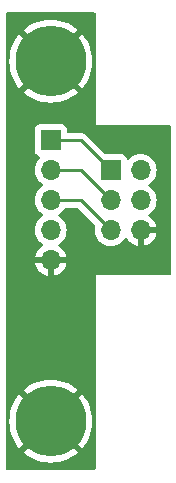
<source format=gtl>
G04 #@! TF.GenerationSoftware,KiCad,Pcbnew,7.0.7*
G04 #@! TF.CreationDate,2023-08-28T17:40:55-04:00*
G04 #@! TF.ProjectId,programmer,70726f67-7261-46d6-9d65-722e6b696361,rev?*
G04 #@! TF.SameCoordinates,Original*
G04 #@! TF.FileFunction,Copper,L1,Top*
G04 #@! TF.FilePolarity,Positive*
%FSLAX46Y46*%
G04 Gerber Fmt 4.6, Leading zero omitted, Abs format (unit mm)*
G04 Created by KiCad (PCBNEW 7.0.7) date 2023-08-28 17:40:55*
%MOMM*%
%LPD*%
G01*
G04 APERTURE LIST*
G04 #@! TA.AperFunction,ComponentPad*
%ADD10C,0.800000*%
G04 #@! TD*
G04 #@! TA.AperFunction,ComponentPad*
%ADD11C,6.000000*%
G04 #@! TD*
G04 #@! TA.AperFunction,ComponentPad*
%ADD12R,1.700000X1.700000*%
G04 #@! TD*
G04 #@! TA.AperFunction,ComponentPad*
%ADD13O,1.700000X1.700000*%
G04 #@! TD*
G04 #@! TA.AperFunction,Conductor*
%ADD14C,0.254000*%
G04 #@! TD*
G04 APERTURE END LIST*
D10*
X134910000Y-72051000D03*
X135569010Y-70460010D03*
X135569010Y-73641990D03*
X137160000Y-69801000D03*
D11*
X137160000Y-72051000D03*
D10*
X137160000Y-74301000D03*
X138750990Y-70460010D03*
X138750990Y-73641990D03*
X139410000Y-72051000D03*
D12*
X142240000Y-50800000D03*
D13*
X144780000Y-50800000D03*
X142240000Y-53340000D03*
X144780000Y-53340000D03*
X142240000Y-55880000D03*
X144780000Y-55880000D03*
D10*
X134910000Y-41571000D03*
X135569010Y-39980010D03*
X135569010Y-43161990D03*
X137160000Y-39321000D03*
D11*
X137160000Y-41571000D03*
D10*
X137160000Y-43821000D03*
X138750990Y-39980010D03*
X138750990Y-43161990D03*
X139410000Y-41571000D03*
D12*
X137160000Y-48260000D03*
D13*
X137160000Y-50800000D03*
X137160000Y-53340000D03*
X137160000Y-55880000D03*
X137160000Y-58420000D03*
D14*
X139700000Y-48260000D02*
X142240000Y-50800000D01*
X137160000Y-48260000D02*
X139700000Y-48260000D01*
X137160000Y-50800000D02*
X139700000Y-50800000D01*
X139700000Y-50800000D02*
X142240000Y-53340000D01*
X139700000Y-53340000D02*
X142240000Y-55880000D01*
X137160000Y-53340000D02*
X139700000Y-53340000D01*
G04 #@! TA.AperFunction,Conductor*
G36*
X138482898Y-73020344D02*
G01*
X138675850Y-73213296D01*
X138709335Y-73274619D01*
X138704351Y-73344311D01*
X138662479Y-73400244D01*
X138657060Y-73404079D01*
X138570750Y-73461750D01*
X138513079Y-73548060D01*
X138459466Y-73592865D01*
X138390141Y-73601572D01*
X138327114Y-73571417D01*
X138322296Y-73566850D01*
X138128861Y-73373415D01*
X138095376Y-73312092D01*
X138100360Y-73242400D01*
X138132556Y-73194507D01*
X138267368Y-73070404D01*
X138297367Y-73031861D01*
X138354071Y-72991051D01*
X138423844Y-72987375D01*
X138482898Y-73020344D01*
G37*
G04 #@! TD.AperFunction*
G04 #@! TA.AperFunction,Conductor*
G36*
X135968115Y-72991843D02*
G01*
X136022633Y-73031861D01*
X136052632Y-73070404D01*
X136187441Y-73194505D01*
X136223430Y-73254390D01*
X136221330Y-73324228D01*
X136191138Y-73373414D01*
X135997703Y-73566849D01*
X135936380Y-73600334D01*
X135866688Y-73595350D01*
X135810755Y-73553478D01*
X135806920Y-73548059D01*
X135749249Y-73461749D01*
X135662939Y-73404079D01*
X135618133Y-73350467D01*
X135609426Y-73281142D01*
X135639580Y-73218115D01*
X135644148Y-73213296D01*
X135837100Y-73020344D01*
X135898423Y-72986859D01*
X135968115Y-72991843D01*
G37*
G04 #@! TD.AperFunction*
G04 #@! TA.AperFunction,Conductor*
G36*
X138453311Y-70506647D02*
G01*
X138509244Y-70548519D01*
X138513079Y-70553939D01*
X138570749Y-70640249D01*
X138657059Y-70697920D01*
X138701864Y-70751532D01*
X138710571Y-70820857D01*
X138680416Y-70883885D01*
X138675849Y-70888703D01*
X138482898Y-71081654D01*
X138421575Y-71115139D01*
X138351883Y-71110155D01*
X138297363Y-71070134D01*
X138267371Y-71031600D01*
X138267370Y-71031599D01*
X138267368Y-71031596D01*
X138132556Y-70907492D01*
X138096567Y-70847608D01*
X138098668Y-70777770D01*
X138128860Y-70728584D01*
X138322296Y-70535148D01*
X138383619Y-70501663D01*
X138453311Y-70506647D01*
G37*
G04 #@! TD.AperFunction*
G04 #@! TA.AperFunction,Conductor*
G36*
X135992884Y-70530581D02*
G01*
X135997703Y-70535149D01*
X136191138Y-70728584D01*
X136224623Y-70789907D01*
X136219639Y-70859599D01*
X136187441Y-70907494D01*
X136052630Y-71031598D01*
X136052628Y-71031599D01*
X136022633Y-71070137D01*
X135965922Y-71110949D01*
X135896149Y-71114622D01*
X135837100Y-71081654D01*
X135644149Y-70888703D01*
X135610664Y-70827380D01*
X135615648Y-70757688D01*
X135657520Y-70701755D01*
X135662940Y-70697919D01*
X135666551Y-70695505D01*
X135666555Y-70695505D01*
X135749250Y-70640250D01*
X135804505Y-70557555D01*
X135804505Y-70557551D01*
X135806919Y-70553940D01*
X135860531Y-70509134D01*
X135929856Y-70500427D01*
X135992884Y-70530581D01*
G37*
G04 #@! TD.AperFunction*
G04 #@! TA.AperFunction,Conductor*
G36*
X138482898Y-42540344D02*
G01*
X138675850Y-42733296D01*
X138709335Y-42794619D01*
X138704351Y-42864311D01*
X138662479Y-42920244D01*
X138657060Y-42924079D01*
X138570750Y-42981750D01*
X138513079Y-43068060D01*
X138459466Y-43112865D01*
X138390141Y-43121572D01*
X138327114Y-43091417D01*
X138322296Y-43086850D01*
X138128861Y-42893415D01*
X138095376Y-42832092D01*
X138100360Y-42762400D01*
X138132556Y-42714507D01*
X138267368Y-42590404D01*
X138297367Y-42551861D01*
X138354071Y-42511051D01*
X138423844Y-42507375D01*
X138482898Y-42540344D01*
G37*
G04 #@! TD.AperFunction*
G04 #@! TA.AperFunction,Conductor*
G36*
X135968115Y-42511843D02*
G01*
X136022633Y-42551861D01*
X136052632Y-42590404D01*
X136187441Y-42714505D01*
X136223430Y-42774390D01*
X136221330Y-42844228D01*
X136191138Y-42893414D01*
X135997703Y-43086849D01*
X135936380Y-43120334D01*
X135866688Y-43115350D01*
X135810755Y-43073478D01*
X135806920Y-43068059D01*
X135749249Y-42981749D01*
X135662939Y-42924079D01*
X135618133Y-42870467D01*
X135609426Y-42801142D01*
X135639580Y-42738115D01*
X135644148Y-42733296D01*
X135837100Y-42540344D01*
X135898423Y-42506859D01*
X135968115Y-42511843D01*
G37*
G04 #@! TD.AperFunction*
G04 #@! TA.AperFunction,Conductor*
G36*
X138453311Y-40026647D02*
G01*
X138509244Y-40068519D01*
X138513079Y-40073939D01*
X138570749Y-40160249D01*
X138657059Y-40217920D01*
X138701864Y-40271532D01*
X138710571Y-40340857D01*
X138680416Y-40403885D01*
X138675849Y-40408703D01*
X138482898Y-40601654D01*
X138421575Y-40635139D01*
X138351883Y-40630155D01*
X138297363Y-40590134D01*
X138267371Y-40551600D01*
X138267370Y-40551599D01*
X138267368Y-40551596D01*
X138132556Y-40427492D01*
X138096567Y-40367608D01*
X138098668Y-40297770D01*
X138128860Y-40248584D01*
X138322296Y-40055148D01*
X138383619Y-40021663D01*
X138453311Y-40026647D01*
G37*
G04 #@! TD.AperFunction*
G04 #@! TA.AperFunction,Conductor*
G36*
X135992884Y-40050581D02*
G01*
X135997703Y-40055149D01*
X136191138Y-40248584D01*
X136224623Y-40309907D01*
X136219639Y-40379599D01*
X136187441Y-40427494D01*
X136052630Y-40551598D01*
X136052628Y-40551599D01*
X136022633Y-40590137D01*
X135965922Y-40630949D01*
X135896149Y-40634622D01*
X135837100Y-40601654D01*
X135644149Y-40408703D01*
X135610664Y-40347380D01*
X135615648Y-40277688D01*
X135657520Y-40221755D01*
X135662940Y-40217919D01*
X135666551Y-40215505D01*
X135666555Y-40215505D01*
X135749250Y-40160250D01*
X135804505Y-40077555D01*
X135804505Y-40077551D01*
X135806919Y-40073940D01*
X135860531Y-40029134D01*
X135929856Y-40020427D01*
X135992884Y-40050581D01*
G37*
G04 #@! TD.AperFunction*
G04 #@! TA.AperFunction,Conductor*
G36*
X140912539Y-37460185D02*
G01*
X140958294Y-37512989D01*
X140969500Y-37564500D01*
X140969500Y-46965467D01*
X140969416Y-46965889D01*
X140969459Y-46990001D01*
X140969500Y-46990099D01*
X140969616Y-46990382D01*
X140969618Y-46990384D01*
X140969808Y-46990462D01*
X140970000Y-46990541D01*
X140970002Y-46990539D01*
X140994616Y-46990524D01*
X140994616Y-46990528D01*
X140994760Y-46990500D01*
X147195500Y-46990500D01*
X147262539Y-47010185D01*
X147308294Y-47062989D01*
X147319500Y-47114500D01*
X147319500Y-59565500D01*
X147299815Y-59632539D01*
X147247011Y-59678294D01*
X147195500Y-59689500D01*
X140994760Y-59689500D01*
X140994554Y-59689459D01*
X140970000Y-59689459D01*
X140969901Y-59689500D01*
X140969617Y-59689616D01*
X140969615Y-59689618D01*
X140969459Y-59689999D01*
X140969476Y-59714616D01*
X140969471Y-59714616D01*
X140969500Y-59714759D01*
X140969500Y-76057500D01*
X140949815Y-76124539D01*
X140897011Y-76170294D01*
X140845500Y-76181500D01*
X133474500Y-76181500D01*
X133407461Y-76161815D01*
X133361706Y-76109011D01*
X133350500Y-76057500D01*
X133350500Y-72051000D01*
X133655197Y-72051000D01*
X133674397Y-72417353D01*
X133731784Y-72779684D01*
X133731784Y-72779686D01*
X133826736Y-73134051D01*
X133958204Y-73476535D01*
X134124754Y-73803406D01*
X134324549Y-74111064D01*
X134513297Y-74344147D01*
X135140316Y-73717128D01*
X135201639Y-73683643D01*
X135271330Y-73688627D01*
X135327264Y-73730498D01*
X135331099Y-73735919D01*
X135388769Y-73822229D01*
X135475079Y-73879900D01*
X135519884Y-73933512D01*
X135528591Y-74002837D01*
X135498436Y-74065865D01*
X135493869Y-74070683D01*
X134866850Y-74697701D01*
X135099935Y-74886450D01*
X135407593Y-75086245D01*
X135734464Y-75252795D01*
X136076948Y-75384263D01*
X136431314Y-75479215D01*
X136793646Y-75536602D01*
X137159999Y-75555803D01*
X137160001Y-75555803D01*
X137526353Y-75536602D01*
X137888684Y-75479215D01*
X137888686Y-75479215D01*
X138243051Y-75384263D01*
X138585535Y-75252795D01*
X138912406Y-75086245D01*
X139220065Y-74886450D01*
X139453148Y-74697702D01*
X138826129Y-74070683D01*
X138792644Y-74009360D01*
X138797628Y-73939668D01*
X138839500Y-73883735D01*
X138844920Y-73879899D01*
X138848531Y-73877485D01*
X138848535Y-73877485D01*
X138931230Y-73822230D01*
X138986485Y-73739535D01*
X138986485Y-73739531D01*
X138988899Y-73735920D01*
X139042511Y-73691114D01*
X139111836Y-73682407D01*
X139174864Y-73712561D01*
X139179683Y-73717129D01*
X139806702Y-74344148D01*
X139995450Y-74111065D01*
X140195245Y-73803406D01*
X140361795Y-73476535D01*
X140493263Y-73134051D01*
X140588215Y-72779686D01*
X140588215Y-72779684D01*
X140645602Y-72417353D01*
X140664803Y-72051000D01*
X140664803Y-72050999D01*
X140645602Y-71684646D01*
X140588215Y-71322315D01*
X140588215Y-71322313D01*
X140493263Y-70967948D01*
X140361795Y-70625464D01*
X140195245Y-70298594D01*
X139995450Y-69990935D01*
X139806701Y-69757851D01*
X139179683Y-70384869D01*
X139118360Y-70418354D01*
X139048668Y-70413370D01*
X138992735Y-70371498D01*
X138988900Y-70366079D01*
X138931229Y-70279769D01*
X138844919Y-70222099D01*
X138800113Y-70168487D01*
X138791406Y-70099162D01*
X138821560Y-70036135D01*
X138826128Y-70031316D01*
X139453147Y-69404297D01*
X139220064Y-69215549D01*
X138912406Y-69015754D01*
X138585535Y-68849204D01*
X138243051Y-68717736D01*
X137888685Y-68622784D01*
X137526353Y-68565397D01*
X137160001Y-68546197D01*
X137159999Y-68546197D01*
X136793646Y-68565397D01*
X136431315Y-68622784D01*
X136431313Y-68622784D01*
X136076948Y-68717736D01*
X135734464Y-68849204D01*
X135407594Y-69015754D01*
X135099929Y-69215553D01*
X134866851Y-69404297D01*
X135493870Y-70031316D01*
X135527355Y-70092639D01*
X135522371Y-70162331D01*
X135480499Y-70218264D01*
X135475080Y-70222099D01*
X135388770Y-70279770D01*
X135331099Y-70366080D01*
X135277486Y-70410885D01*
X135208161Y-70419592D01*
X135145134Y-70389437D01*
X135140316Y-70384870D01*
X134513297Y-69757851D01*
X134324553Y-69990929D01*
X134124754Y-70298594D01*
X133958204Y-70625464D01*
X133826736Y-70967948D01*
X133731784Y-71322313D01*
X133731784Y-71322315D01*
X133674397Y-71684646D01*
X133655197Y-72050999D01*
X133655197Y-72051000D01*
X133350500Y-72051000D01*
X133350500Y-55880000D01*
X135804341Y-55880000D01*
X135824936Y-56115403D01*
X135824938Y-56115413D01*
X135886094Y-56343655D01*
X135886096Y-56343659D01*
X135886097Y-56343663D01*
X135969155Y-56521781D01*
X135985965Y-56557830D01*
X135985967Y-56557834D01*
X136094281Y-56712521D01*
X136121501Y-56751396D01*
X136121506Y-56751402D01*
X136288597Y-56918493D01*
X136288603Y-56918498D01*
X136474594Y-57048730D01*
X136518219Y-57103307D01*
X136525413Y-57172805D01*
X136493890Y-57235160D01*
X136474595Y-57251880D01*
X136288922Y-57381890D01*
X136288920Y-57381891D01*
X136121891Y-57548920D01*
X136121886Y-57548926D01*
X135986400Y-57742420D01*
X135986399Y-57742422D01*
X135886570Y-57956507D01*
X135886567Y-57956513D01*
X135829364Y-58169999D01*
X135829364Y-58170000D01*
X136546653Y-58170000D01*
X136613692Y-58189685D01*
X136659447Y-58242489D01*
X136669391Y-58311647D01*
X136665631Y-58328933D01*
X136660000Y-58348111D01*
X136660000Y-58491888D01*
X136665631Y-58511067D01*
X136665630Y-58580936D01*
X136627855Y-58639714D01*
X136564299Y-58668738D01*
X136546653Y-58670000D01*
X135829364Y-58670000D01*
X135886567Y-58883486D01*
X135886570Y-58883492D01*
X135986399Y-59097578D01*
X136121894Y-59291082D01*
X136288917Y-59458105D01*
X136482421Y-59593600D01*
X136696507Y-59693429D01*
X136696516Y-59693433D01*
X136910000Y-59750634D01*
X136910000Y-59032301D01*
X136929685Y-58965262D01*
X136982489Y-58919507D01*
X137051647Y-58909563D01*
X137124237Y-58920000D01*
X137124238Y-58920000D01*
X137195762Y-58920000D01*
X137195763Y-58920000D01*
X137268353Y-58909563D01*
X137337512Y-58919507D01*
X137390315Y-58965262D01*
X137410000Y-59032301D01*
X137410000Y-59750633D01*
X137623483Y-59693433D01*
X137623492Y-59693429D01*
X137837578Y-59593600D01*
X138031082Y-59458105D01*
X138198105Y-59291082D01*
X138333600Y-59097578D01*
X138433429Y-58883492D01*
X138433432Y-58883486D01*
X138490636Y-58670000D01*
X137773347Y-58670000D01*
X137706308Y-58650315D01*
X137660553Y-58597511D01*
X137650609Y-58528353D01*
X137654369Y-58511067D01*
X137660000Y-58491888D01*
X137660000Y-58348111D01*
X137654369Y-58328933D01*
X137654370Y-58259064D01*
X137692145Y-58200286D01*
X137755701Y-58171262D01*
X137773347Y-58170000D01*
X138490636Y-58170000D01*
X138490635Y-58169999D01*
X138433432Y-57956513D01*
X138433429Y-57956507D01*
X138333600Y-57742422D01*
X138333599Y-57742420D01*
X138198113Y-57548926D01*
X138198108Y-57548920D01*
X138031078Y-57381890D01*
X137845405Y-57251879D01*
X137801780Y-57197302D01*
X137794588Y-57127804D01*
X137826110Y-57065449D01*
X137845406Y-57048730D01*
X138031401Y-56918495D01*
X138198495Y-56751401D01*
X138334035Y-56557830D01*
X138433903Y-56343663D01*
X138495063Y-56115408D01*
X138515659Y-55880000D01*
X138495063Y-55644592D01*
X138433903Y-55416337D01*
X138334035Y-55202171D01*
X138328731Y-55194595D01*
X138198494Y-55008597D01*
X138031402Y-54841506D01*
X138031401Y-54841505D01*
X137909746Y-54756321D01*
X137845841Y-54711574D01*
X137802216Y-54656997D01*
X137795024Y-54587498D01*
X137826546Y-54525144D01*
X137845836Y-54508428D01*
X138031401Y-54378495D01*
X138198495Y-54211401D01*
X138332252Y-54020375D01*
X138386829Y-53976752D01*
X138433827Y-53967500D01*
X139388719Y-53967500D01*
X139455758Y-53987185D01*
X139476400Y-54003819D01*
X140899164Y-55426583D01*
X140932649Y-55487906D01*
X140931258Y-55546356D01*
X140904939Y-55644583D01*
X140904936Y-55644596D01*
X140884341Y-55879999D01*
X140884341Y-55880000D01*
X140904936Y-56115403D01*
X140904938Y-56115413D01*
X140966094Y-56343655D01*
X140966096Y-56343659D01*
X140966097Y-56343663D01*
X141049155Y-56521781D01*
X141065965Y-56557830D01*
X141065967Y-56557834D01*
X141174281Y-56712521D01*
X141201505Y-56751401D01*
X141368599Y-56918495D01*
X141465384Y-56986265D01*
X141562165Y-57054032D01*
X141562167Y-57054033D01*
X141562170Y-57054035D01*
X141776337Y-57153903D01*
X142004592Y-57215063D01*
X142192918Y-57231539D01*
X142239999Y-57235659D01*
X142240000Y-57235659D01*
X142240001Y-57235659D01*
X142279234Y-57232226D01*
X142475408Y-57215063D01*
X142703663Y-57153903D01*
X142917830Y-57054035D01*
X143111401Y-56918495D01*
X143278495Y-56751401D01*
X143408730Y-56565405D01*
X143463307Y-56521781D01*
X143532805Y-56514587D01*
X143595160Y-56546110D01*
X143611879Y-56565405D01*
X143741890Y-56751078D01*
X143908917Y-56918105D01*
X144102421Y-57053600D01*
X144316507Y-57153429D01*
X144316516Y-57153433D01*
X144530000Y-57210634D01*
X144530000Y-56492301D01*
X144549685Y-56425262D01*
X144602489Y-56379507D01*
X144671647Y-56369563D01*
X144744237Y-56380000D01*
X144744238Y-56380000D01*
X144815762Y-56380000D01*
X144815763Y-56380000D01*
X144888353Y-56369563D01*
X144957512Y-56379507D01*
X145010315Y-56425262D01*
X145030000Y-56492301D01*
X145030000Y-57210633D01*
X145243483Y-57153433D01*
X145243492Y-57153429D01*
X145457578Y-57053600D01*
X145651082Y-56918105D01*
X145818105Y-56751082D01*
X145953600Y-56557578D01*
X146053429Y-56343492D01*
X146053432Y-56343486D01*
X146110636Y-56130000D01*
X145393347Y-56130000D01*
X145326308Y-56110315D01*
X145280553Y-56057511D01*
X145270609Y-55988353D01*
X145274369Y-55971067D01*
X145280000Y-55951888D01*
X145280000Y-55808111D01*
X145274369Y-55788933D01*
X145274370Y-55719064D01*
X145312145Y-55660286D01*
X145375701Y-55631262D01*
X145393347Y-55630000D01*
X146110636Y-55630000D01*
X146110635Y-55629999D01*
X146053432Y-55416513D01*
X146053429Y-55416507D01*
X145953600Y-55202422D01*
X145953599Y-55202420D01*
X145818113Y-55008926D01*
X145818108Y-55008920D01*
X145651078Y-54841890D01*
X145465405Y-54711879D01*
X145421780Y-54657302D01*
X145414588Y-54587804D01*
X145446110Y-54525449D01*
X145465406Y-54508730D01*
X145465843Y-54508424D01*
X145651401Y-54378495D01*
X145818495Y-54211401D01*
X145954035Y-54017830D01*
X146053903Y-53803663D01*
X146115063Y-53575408D01*
X146135659Y-53340000D01*
X146115063Y-53104592D01*
X146053903Y-52876337D01*
X145954035Y-52662171D01*
X145948425Y-52654158D01*
X145818494Y-52468597D01*
X145651402Y-52301506D01*
X145651396Y-52301501D01*
X145465842Y-52171575D01*
X145422217Y-52116998D01*
X145415023Y-52047500D01*
X145446546Y-51985145D01*
X145465842Y-51968425D01*
X145488026Y-51952891D01*
X145651401Y-51838495D01*
X145818495Y-51671401D01*
X145954035Y-51477830D01*
X146053903Y-51263663D01*
X146115063Y-51035408D01*
X146135659Y-50800000D01*
X146115063Y-50564592D01*
X146053903Y-50336337D01*
X145954035Y-50122171D01*
X145818495Y-49928599D01*
X145818494Y-49928597D01*
X145651402Y-49761506D01*
X145651395Y-49761501D01*
X145457834Y-49625967D01*
X145457830Y-49625965D01*
X145408174Y-49602810D01*
X145243663Y-49526097D01*
X145243659Y-49526096D01*
X145243655Y-49526094D01*
X145015413Y-49464938D01*
X145015403Y-49464936D01*
X144780001Y-49444341D01*
X144779999Y-49444341D01*
X144544596Y-49464936D01*
X144544586Y-49464938D01*
X144316344Y-49526094D01*
X144316335Y-49526098D01*
X144102171Y-49625964D01*
X144102169Y-49625965D01*
X143908600Y-49761503D01*
X143786673Y-49883430D01*
X143725350Y-49916914D01*
X143655658Y-49911930D01*
X143599725Y-49870058D01*
X143582810Y-49839081D01*
X143533797Y-49707671D01*
X143533793Y-49707664D01*
X143447547Y-49592455D01*
X143447544Y-49592452D01*
X143332335Y-49506206D01*
X143332328Y-49506202D01*
X143197482Y-49455908D01*
X143197483Y-49455908D01*
X143137883Y-49449501D01*
X143137881Y-49449500D01*
X143137873Y-49449500D01*
X143137865Y-49449500D01*
X141828281Y-49449500D01*
X141761242Y-49429815D01*
X141740600Y-49413181D01*
X140202376Y-47874957D01*
X140192531Y-47862668D01*
X140192313Y-47862849D01*
X140187340Y-47856838D01*
X140187340Y-47856837D01*
X140136741Y-47809322D01*
X140126268Y-47798849D01*
X140115797Y-47788377D01*
X140110296Y-47784111D01*
X140105848Y-47780312D01*
X140071768Y-47748308D01*
X140071763Y-47748304D01*
X140054122Y-47738606D01*
X140037857Y-47727922D01*
X140021963Y-47715593D01*
X140021962Y-47715592D01*
X140006804Y-47709032D01*
X139979054Y-47697023D01*
X139973807Y-47694453D01*
X139932837Y-47671929D01*
X139932828Y-47671926D01*
X139913334Y-47666920D01*
X139894933Y-47660620D01*
X139876459Y-47652626D01*
X139876452Y-47652624D01*
X139830287Y-47645313D01*
X139824563Y-47644128D01*
X139779279Y-47632500D01*
X139779272Y-47632500D01*
X139759142Y-47632500D01*
X139739743Y-47630973D01*
X139719868Y-47627825D01*
X139719867Y-47627825D01*
X139673321Y-47632225D01*
X139667483Y-47632500D01*
X138634499Y-47632500D01*
X138567460Y-47612815D01*
X138521705Y-47560011D01*
X138510499Y-47508500D01*
X138510499Y-47362129D01*
X138510498Y-47362123D01*
X138510497Y-47362116D01*
X138504091Y-47302517D01*
X138453796Y-47167669D01*
X138453795Y-47167668D01*
X138453793Y-47167664D01*
X138367547Y-47052455D01*
X138367544Y-47052452D01*
X138252335Y-46966206D01*
X138252328Y-46966202D01*
X138117482Y-46915908D01*
X138117483Y-46915908D01*
X138057883Y-46909501D01*
X138057881Y-46909500D01*
X138057873Y-46909500D01*
X138057864Y-46909500D01*
X136262129Y-46909500D01*
X136262123Y-46909501D01*
X136202516Y-46915908D01*
X136067671Y-46966202D01*
X136067664Y-46966206D01*
X135952455Y-47052452D01*
X135952452Y-47052455D01*
X135866206Y-47167664D01*
X135866202Y-47167671D01*
X135815908Y-47302517D01*
X135809501Y-47362116D01*
X135809501Y-47362123D01*
X135809500Y-47362135D01*
X135809500Y-49157870D01*
X135809501Y-49157876D01*
X135815908Y-49217483D01*
X135866202Y-49352328D01*
X135866206Y-49352335D01*
X135952452Y-49467544D01*
X135952455Y-49467547D01*
X136067664Y-49553793D01*
X136067671Y-49553797D01*
X136199081Y-49602810D01*
X136255015Y-49644681D01*
X136279432Y-49710145D01*
X136264580Y-49778418D01*
X136243430Y-49806673D01*
X136121503Y-49928600D01*
X135985965Y-50122169D01*
X135985964Y-50122171D01*
X135886098Y-50336335D01*
X135886094Y-50336344D01*
X135824938Y-50564586D01*
X135824936Y-50564596D01*
X135804341Y-50799999D01*
X135804341Y-50800000D01*
X135824936Y-51035403D01*
X135824938Y-51035413D01*
X135886094Y-51263655D01*
X135886096Y-51263659D01*
X135886097Y-51263663D01*
X135962496Y-51427500D01*
X135985965Y-51477830D01*
X135985967Y-51477834D01*
X136121501Y-51671395D01*
X136121506Y-51671402D01*
X136288597Y-51838493D01*
X136288603Y-51838498D01*
X136474158Y-51968425D01*
X136517783Y-52023002D01*
X136524977Y-52092500D01*
X136493454Y-52154855D01*
X136474158Y-52171575D01*
X136288597Y-52301505D01*
X136121505Y-52468597D01*
X135985965Y-52662169D01*
X135985964Y-52662171D01*
X135886098Y-52876335D01*
X135886094Y-52876344D01*
X135824938Y-53104586D01*
X135824936Y-53104596D01*
X135804341Y-53339999D01*
X135804341Y-53340000D01*
X135824936Y-53575403D01*
X135824938Y-53575413D01*
X135886094Y-53803655D01*
X135886096Y-53803659D01*
X135886097Y-53803663D01*
X135890000Y-53812032D01*
X135985965Y-54017830D01*
X135985967Y-54017834D01*
X136094281Y-54172521D01*
X136121501Y-54211396D01*
X136121506Y-54211402D01*
X136288597Y-54378493D01*
X136288603Y-54378498D01*
X136474158Y-54508425D01*
X136517783Y-54563002D01*
X136524977Y-54632500D01*
X136493454Y-54694855D01*
X136474158Y-54711575D01*
X136288597Y-54841505D01*
X136121505Y-55008597D01*
X135985965Y-55202169D01*
X135985964Y-55202171D01*
X135886098Y-55416335D01*
X135886094Y-55416344D01*
X135824938Y-55644586D01*
X135824936Y-55644596D01*
X135804341Y-55879999D01*
X135804341Y-55880000D01*
X133350500Y-55880000D01*
X133350500Y-41571000D01*
X133655197Y-41571000D01*
X133674397Y-41937353D01*
X133731784Y-42299684D01*
X133731784Y-42299686D01*
X133826736Y-42654051D01*
X133958204Y-42996535D01*
X134124754Y-43323406D01*
X134324549Y-43631064D01*
X134513297Y-43864147D01*
X135140316Y-43237128D01*
X135201639Y-43203643D01*
X135271330Y-43208627D01*
X135327264Y-43250498D01*
X135331099Y-43255919D01*
X135388769Y-43342229D01*
X135475079Y-43399900D01*
X135519884Y-43453512D01*
X135528591Y-43522837D01*
X135498436Y-43585865D01*
X135493869Y-43590683D01*
X134866850Y-44217701D01*
X135099935Y-44406450D01*
X135407593Y-44606245D01*
X135734464Y-44772795D01*
X136076948Y-44904263D01*
X136431314Y-44999215D01*
X136793646Y-45056602D01*
X137159999Y-45075803D01*
X137160001Y-45075803D01*
X137526353Y-45056602D01*
X137888684Y-44999215D01*
X137888686Y-44999215D01*
X138243051Y-44904263D01*
X138585535Y-44772795D01*
X138912406Y-44606245D01*
X139220065Y-44406450D01*
X139453148Y-44217702D01*
X138826129Y-43590683D01*
X138792644Y-43529360D01*
X138797628Y-43459668D01*
X138839500Y-43403735D01*
X138844920Y-43399899D01*
X138848531Y-43397485D01*
X138848535Y-43397485D01*
X138931230Y-43342230D01*
X138986485Y-43259535D01*
X138986485Y-43259531D01*
X138988899Y-43255920D01*
X139042511Y-43211114D01*
X139111836Y-43202407D01*
X139174864Y-43232561D01*
X139179683Y-43237129D01*
X139806702Y-43864148D01*
X139995450Y-43631065D01*
X140195245Y-43323406D01*
X140361795Y-42996535D01*
X140493263Y-42654051D01*
X140588215Y-42299686D01*
X140588215Y-42299684D01*
X140645602Y-41937353D01*
X140664803Y-41571000D01*
X140664803Y-41570999D01*
X140645602Y-41204646D01*
X140588215Y-40842315D01*
X140588215Y-40842313D01*
X140493263Y-40487948D01*
X140361795Y-40145464D01*
X140195245Y-39818594D01*
X139995450Y-39510935D01*
X139806701Y-39277851D01*
X139179683Y-39904869D01*
X139118360Y-39938354D01*
X139048668Y-39933370D01*
X138992735Y-39891498D01*
X138988900Y-39886079D01*
X138931229Y-39799769D01*
X138844919Y-39742099D01*
X138800113Y-39688487D01*
X138791406Y-39619162D01*
X138821560Y-39556135D01*
X138826128Y-39551316D01*
X139453147Y-38924297D01*
X139220064Y-38735549D01*
X138912406Y-38535754D01*
X138585535Y-38369204D01*
X138243051Y-38237736D01*
X137888685Y-38142784D01*
X137526353Y-38085397D01*
X137160001Y-38066197D01*
X137159999Y-38066197D01*
X136793646Y-38085397D01*
X136431315Y-38142784D01*
X136431313Y-38142784D01*
X136076948Y-38237736D01*
X135734464Y-38369204D01*
X135407594Y-38535754D01*
X135099929Y-38735553D01*
X134866851Y-38924297D01*
X135493870Y-39551316D01*
X135527355Y-39612639D01*
X135522371Y-39682331D01*
X135480499Y-39738264D01*
X135475080Y-39742099D01*
X135388770Y-39799770D01*
X135331099Y-39886080D01*
X135277486Y-39930885D01*
X135208161Y-39939592D01*
X135145134Y-39909437D01*
X135140316Y-39904870D01*
X134513297Y-39277851D01*
X134324553Y-39510929D01*
X134124754Y-39818594D01*
X133958204Y-40145464D01*
X133826736Y-40487948D01*
X133731784Y-40842313D01*
X133731784Y-40842315D01*
X133674397Y-41204646D01*
X133655197Y-41570999D01*
X133655197Y-41571000D01*
X133350500Y-41571000D01*
X133350500Y-37564500D01*
X133370185Y-37497461D01*
X133422989Y-37451706D01*
X133474500Y-37440500D01*
X140845500Y-37440500D01*
X140912539Y-37460185D01*
G37*
G04 #@! TD.AperFunction*
M02*

</source>
